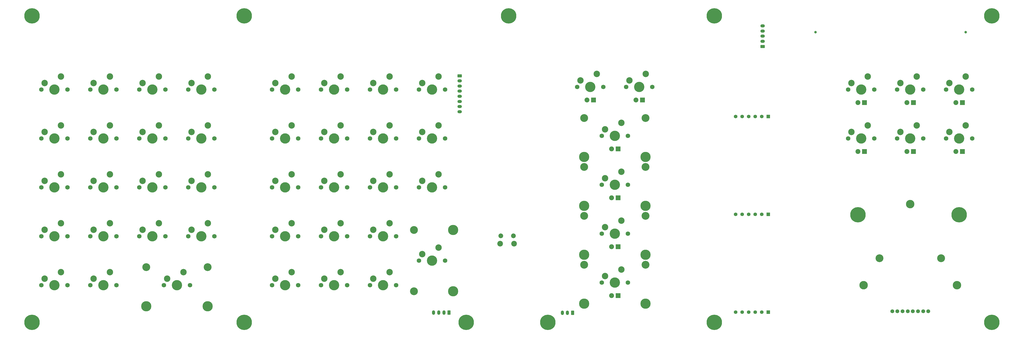
<source format=gbr>
%TF.GenerationSoftware,KiCad,Pcbnew,9.0.0*%
%TF.CreationDate,2025-03-10T19:04:21-04:00*%
%TF.ProjectId,cnc-hmi,636e632d-686d-4692-9e6b-696361645f70,rev?*%
%TF.SameCoordinates,Original*%
%TF.FileFunction,Soldermask,Top*%
%TF.FilePolarity,Negative*%
%FSLAX46Y46*%
G04 Gerber Fmt 4.6, Leading zero omitted, Abs format (unit mm)*
G04 Created by KiCad (PCBNEW 9.0.0) date 2025-03-10 19:04:21*
%MOMM*%
%LPD*%
G01*
G04 APERTURE LIST*
G04 Aperture macros list*
%AMRoundRect*
0 Rectangle with rounded corners*
0 $1 Rounding radius*
0 $2 $3 $4 $5 $6 $7 $8 $9 X,Y pos of 4 corners*
0 Add a 4 corners polygon primitive as box body*
4,1,4,$2,$3,$4,$5,$6,$7,$8,$9,$2,$3,0*
0 Add four circle primitives for the rounded corners*
1,1,$1+$1,$2,$3*
1,1,$1+$1,$4,$5*
1,1,$1+$1,$6,$7*
1,1,$1+$1,$8,$9*
0 Add four rect primitives between the rounded corners*
20,1,$1+$1,$2,$3,$4,$5,0*
20,1,$1+$1,$4,$5,$6,$7,0*
20,1,$1+$1,$6,$7,$8,$9,0*
20,1,$1+$1,$8,$9,$2,$3,0*%
G04 Aperture macros list end*
%ADD10C,1.750000*%
%ADD11C,4.000000*%
%ADD12C,2.500000*%
%ADD13C,3.048000*%
%ADD14C,3.987800*%
%ADD15R,1.905000X1.905000*%
%ADD16C,1.905000*%
%ADD17C,6.000000*%
%ADD18C,1.000000*%
%ADD19R,1.416000X1.416000*%
%ADD20C,1.416000*%
%ADD21C,3.300000*%
%ADD22C,3.050000*%
%ADD23C,1.500000*%
%ADD24RoundRect,0.250000X0.350000X0.625000X-0.350000X0.625000X-0.350000X-0.625000X0.350000X-0.625000X0*%
%ADD25O,1.200000X1.750000*%
%ADD26RoundRect,0.250000X-0.625000X0.350000X-0.625000X-0.350000X0.625000X-0.350000X0.625000X0.350000X0*%
%ADD27O,1.750000X1.200000*%
%ADD28C,2.200000*%
%ADD29C,1.850000*%
%ADD30RoundRect,0.250000X0.625000X-0.350000X0.625000X0.350000X-0.625000X0.350000X-0.625000X-0.350000X0*%
G04 APERTURE END LIST*
D10*
%TO.C,SW50*%
X256540000Y-75225000D03*
D11*
X261620000Y-75225000D03*
D10*
X266700000Y-75225000D03*
D12*
X257810000Y-72685000D03*
X264160000Y-70145000D03*
%TD*%
D10*
%TO.C,SW12*%
X175895000Y-114300000D03*
D11*
X180975000Y-114300000D03*
D10*
X186055000Y-114300000D03*
D12*
X177165000Y-111760000D03*
X183515000Y-109220000D03*
%TD*%
D10*
%TO.C,SW3*%
X156845000Y-76200000D03*
D11*
X161925000Y-76200000D03*
D10*
X167005000Y-76200000D03*
D12*
X158115000Y-73660000D03*
X164465000Y-71120000D03*
%TD*%
D10*
%TO.C,SW6*%
X137795000Y-95250000D03*
D11*
X142875000Y-95250000D03*
D10*
X147955000Y-95250000D03*
D12*
X139065000Y-92710000D03*
X145415000Y-90170000D03*
%TD*%
D13*
%TO.C,ST6*%
X240157000Y-87290000D03*
D14*
X240157000Y-102500000D03*
D13*
X264033000Y-87290000D03*
D14*
X264033000Y-102500000D03*
%TD*%
D10*
%TO.C,SW16*%
X175895000Y-142875000D03*
D11*
X180975000Y-142875000D03*
D10*
X186055000Y-142875000D03*
D12*
X177165000Y-140335000D03*
X183515000Y-137795000D03*
%TD*%
D15*
%TO.C,LED6*%
X387350000Y-100330000D03*
D16*
X384810000Y-100330000D03*
%TD*%
D10*
%TO.C,SW48*%
X247015000Y-151425000D03*
D11*
X252095000Y-151425000D03*
D10*
X257175000Y-151425000D03*
D12*
X248285000Y-148885000D03*
X254635000Y-146345000D03*
%TD*%
D10*
%TO.C,SW26*%
X67118000Y-95250000D03*
D11*
X72198000Y-95250000D03*
D10*
X77278000Y-95250000D03*
D12*
X68388000Y-92710000D03*
X74738000Y-90170000D03*
%TD*%
D10*
%TO.C,SW8*%
X175895000Y-95250000D03*
D11*
X180975000Y-95250000D03*
D10*
X186055000Y-95250000D03*
D12*
X177165000Y-92710000D03*
X183515000Y-90170000D03*
%TD*%
D17*
%TO.C,H10*%
X398780000Y-47498000D03*
%TD*%
D10*
%TO.C,SW9*%
X118745000Y-114300000D03*
D11*
X123825000Y-114300000D03*
D10*
X128905000Y-114300000D03*
D12*
X120015000Y-111760000D03*
X126365000Y-109220000D03*
%TD*%
D17*
%TO.C,H11*%
X398780000Y-166878000D03*
%TD*%
D10*
%TO.C,SW38*%
X76643000Y-152400000D03*
D11*
X81723000Y-152400000D03*
D10*
X86803000Y-152400000D03*
D12*
X77913000Y-149860000D03*
X84263000Y-147320000D03*
%TD*%
D15*
%TO.C,LED2*%
X368300000Y-81280000D03*
D16*
X365760000Y-81280000D03*
%TD*%
D10*
%TO.C,SW49*%
X237490000Y-75225000D03*
D11*
X242570000Y-75225000D03*
D10*
X247650000Y-75225000D03*
D12*
X238760000Y-72685000D03*
X245110000Y-70145000D03*
%TD*%
D15*
%TO.C,LED5*%
X368300000Y-100330000D03*
D16*
X365760000Y-100330000D03*
%TD*%
D10*
%TO.C,SW22*%
X67118000Y-76200000D03*
D11*
X72198000Y-76200000D03*
D10*
X77278000Y-76200000D03*
D12*
X68388000Y-73660000D03*
X74738000Y-71120000D03*
%TD*%
D18*
%TO.C,H16*%
X330200000Y-53848000D03*
%TD*%
D10*
%TO.C,SW34*%
X67118000Y-133350000D03*
D11*
X72198000Y-133350000D03*
D10*
X77278000Y-133350000D03*
D12*
X68388000Y-130810000D03*
X74738000Y-128270000D03*
%TD*%
D10*
%TO.C,SW29*%
X48068000Y-114300000D03*
D11*
X53148000Y-114300000D03*
D10*
X58228000Y-114300000D03*
D12*
X49338000Y-111760000D03*
X55688000Y-109220000D03*
%TD*%
D10*
%TO.C,SW13*%
X118745000Y-133350000D03*
D11*
X123825000Y-133350000D03*
D10*
X128905000Y-133350000D03*
D12*
X120015000Y-130810000D03*
X126365000Y-128270000D03*
%TD*%
D10*
%TO.C,SW20*%
X29018000Y-76200000D03*
D11*
X34098000Y-76200000D03*
D10*
X39178000Y-76200000D03*
D12*
X30288000Y-73660000D03*
X36638000Y-71120000D03*
%TD*%
D10*
%TO.C,SW24*%
X29018000Y-95250000D03*
D11*
X34098000Y-95250000D03*
D10*
X39178000Y-95250000D03*
D12*
X30288000Y-92710000D03*
X36638000Y-90170000D03*
%TD*%
D10*
%TO.C,SW23*%
X86168000Y-76200000D03*
D11*
X91248000Y-76200000D03*
D10*
X96328000Y-76200000D03*
D12*
X87438000Y-73660000D03*
X93788000Y-71120000D03*
%TD*%
D10*
%TO.C,SW44*%
X381000000Y-95250000D03*
D11*
X386080000Y-95250000D03*
D10*
X391160000Y-95250000D03*
D12*
X382270000Y-92710000D03*
X388620000Y-90170000D03*
%TD*%
D10*
%TO.C,SW31*%
X86168000Y-114300000D03*
D11*
X91248000Y-114300000D03*
D10*
X96328000Y-114300000D03*
D12*
X87438000Y-111760000D03*
X93788000Y-109220000D03*
%TD*%
D10*
%TO.C,SW30*%
X67118000Y-114300000D03*
D11*
X72198000Y-114300000D03*
D10*
X77278000Y-114300000D03*
D12*
X68388000Y-111760000D03*
X74738000Y-109220000D03*
%TD*%
D10*
%TO.C,SW35*%
X86168000Y-133350000D03*
D11*
X91248000Y-133350000D03*
D10*
X96328000Y-133350000D03*
D12*
X87438000Y-130810000D03*
X93788000Y-128270000D03*
%TD*%
D15*
%TO.C,LED12*%
X253365000Y-156505000D03*
D16*
X250825000Y-156505000D03*
%TD*%
D19*
%TO.C,S3*%
X311785000Y-162945000D03*
D20*
X309245000Y-162945000D03*
X306705000Y-162945000D03*
X304165000Y-162945000D03*
X301625000Y-162945000D03*
X299085000Y-162945000D03*
%TD*%
D13*
%TO.C,ST1*%
X173990000Y-154813000D03*
D14*
X189200000Y-154813000D03*
D13*
X173990000Y-130937000D03*
D14*
X189200000Y-130937000D03*
%TD*%
D10*
%TO.C,SW10*%
X137795000Y-114300000D03*
D11*
X142875000Y-114300000D03*
D10*
X147955000Y-114300000D03*
D12*
X139065000Y-111760000D03*
X145415000Y-109220000D03*
%TD*%
D15*
%TO.C,LED4*%
X349250000Y-100330000D03*
D16*
X346710000Y-100330000D03*
%TD*%
D10*
%TO.C,SW43*%
X361950000Y-95250000D03*
D11*
X367030000Y-95250000D03*
D10*
X372110000Y-95250000D03*
D12*
X363220000Y-92710000D03*
X369570000Y-90170000D03*
%TD*%
D10*
%TO.C,SW4*%
X175895000Y-76200000D03*
D11*
X180975000Y-76200000D03*
D10*
X186055000Y-76200000D03*
D12*
X177165000Y-73660000D03*
X183515000Y-71120000D03*
%TD*%
D10*
%TO.C,SW32*%
X29018000Y-133350000D03*
D11*
X34098000Y-133350000D03*
D10*
X39178000Y-133350000D03*
D12*
X30288000Y-130810000D03*
X36638000Y-128270000D03*
%TD*%
D10*
%TO.C,SW1*%
X118745000Y-76200000D03*
D11*
X123825000Y-76200000D03*
D10*
X128905000Y-76200000D03*
D12*
X120015000Y-73660000D03*
X126365000Y-71120000D03*
%TD*%
D18*
%TO.C,H17*%
X388620000Y-53848000D03*
%TD*%
D10*
%TO.C,SW21*%
X48068000Y-76200000D03*
D11*
X53148000Y-76200000D03*
D10*
X58228000Y-76200000D03*
D12*
X49338000Y-73660000D03*
X55688000Y-71120000D03*
%TD*%
D10*
%TO.C,SW36*%
X29018000Y-152400000D03*
D11*
X34098000Y-152400000D03*
D10*
X39178000Y-152400000D03*
D12*
X30288000Y-149860000D03*
X36638000Y-147320000D03*
%TD*%
D10*
%TO.C,SW41*%
X381000000Y-76200000D03*
D11*
X386080000Y-76200000D03*
D10*
X391160000Y-76200000D03*
D12*
X382270000Y-73660000D03*
X388620000Y-71120000D03*
%TD*%
D17*
%TO.C,H9*%
X290830000Y-47498000D03*
%TD*%
D15*
%TO.C,LED8*%
X262890000Y-80305000D03*
D16*
X260350000Y-80305000D03*
%TD*%
D10*
%TO.C,SW25*%
X48068000Y-95250000D03*
D11*
X53148000Y-95250000D03*
D10*
X58228000Y-95250000D03*
D12*
X49338000Y-92710000D03*
X55688000Y-90170000D03*
%TD*%
D13*
%TO.C,ST4*%
X240157000Y-125390000D03*
D14*
X240157000Y-140600000D03*
D13*
X264033000Y-125390000D03*
D14*
X264033000Y-140600000D03*
%TD*%
D10*
%TO.C,SW18*%
X137795000Y-152400000D03*
D11*
X142875000Y-152400000D03*
D10*
X147955000Y-152400000D03*
D12*
X139065000Y-149860000D03*
X145415000Y-147320000D03*
%TD*%
D15*
%TO.C,LED3*%
X387350000Y-81280000D03*
D16*
X384810000Y-81280000D03*
%TD*%
D10*
%TO.C,SW28*%
X29018000Y-114300000D03*
D11*
X34098000Y-114300000D03*
D10*
X39178000Y-114300000D03*
D12*
X30288000Y-111760000D03*
X36638000Y-109220000D03*
%TD*%
D17*
%TO.C,H2*%
X25400000Y-166878000D03*
%TD*%
%TO.C,H4*%
X107950000Y-166878000D03*
%TD*%
D10*
%TO.C,SW27*%
X86168000Y-95250000D03*
D11*
X91248000Y-95250000D03*
D10*
X96328000Y-95250000D03*
D12*
X87438000Y-92710000D03*
X93788000Y-90170000D03*
%TD*%
D17*
%TO.C,H3*%
X107950000Y-47498000D03*
%TD*%
D10*
%TO.C,SW40*%
X361950000Y-76200000D03*
D11*
X367030000Y-76200000D03*
D10*
X372110000Y-76200000D03*
D12*
X363220000Y-73660000D03*
X369570000Y-71120000D03*
%TD*%
D15*
%TO.C,LED10*%
X253365000Y-118405000D03*
D16*
X250825000Y-118405000D03*
%TD*%
D15*
%TO.C,LED7*%
X243840000Y-80305000D03*
D16*
X241300000Y-80305000D03*
%TD*%
D10*
%TO.C,SW11*%
X156845000Y-114300000D03*
D11*
X161925000Y-114300000D03*
D10*
X167005000Y-114300000D03*
D12*
X158115000Y-111760000D03*
X164465000Y-109220000D03*
%TD*%
D10*
%TO.C,SW46*%
X247015000Y-113325000D03*
D11*
X252095000Y-113325000D03*
D10*
X257175000Y-113325000D03*
D12*
X248285000Y-110785000D03*
X254635000Y-108245000D03*
%TD*%
D13*
%TO.C,ST5*%
X240157000Y-106340000D03*
D14*
X240157000Y-121550000D03*
D13*
X264033000Y-106340000D03*
D14*
X264033000Y-121550000D03*
%TD*%
D10*
%TO.C,SW17*%
X118745000Y-152400000D03*
D11*
X123825000Y-152400000D03*
D10*
X128905000Y-152400000D03*
D12*
X120015000Y-149860000D03*
X126365000Y-147320000D03*
%TD*%
D10*
%TO.C,SW45*%
X247015000Y-94275000D03*
D11*
X252095000Y-94275000D03*
D10*
X257175000Y-94275000D03*
D12*
X248285000Y-91735000D03*
X254635000Y-89195000D03*
%TD*%
D10*
%TO.C,SW2*%
X137795000Y-76200000D03*
D11*
X142875000Y-76200000D03*
D10*
X147955000Y-76200000D03*
D12*
X139065000Y-73660000D03*
X145415000Y-71120000D03*
%TD*%
D15*
%TO.C,LED11*%
X253365000Y-137455000D03*
D16*
X250825000Y-137455000D03*
%TD*%
D19*
%TO.C,S2*%
X311785000Y-124845000D03*
D20*
X309245000Y-124845000D03*
X306705000Y-124845000D03*
X304165000Y-124845000D03*
X301625000Y-124845000D03*
X299085000Y-124845000D03*
%TD*%
D15*
%TO.C,LED9*%
X253365000Y-99355000D03*
D16*
X250825000Y-99355000D03*
%TD*%
D10*
%TO.C,SW5*%
X118745000Y-95250000D03*
D11*
X123825000Y-95250000D03*
D10*
X128905000Y-95250000D03*
D12*
X120015000Y-92710000D03*
X126365000Y-90170000D03*
%TD*%
D10*
%TO.C,SW14*%
X137795000Y-133350000D03*
D11*
X142875000Y-133350000D03*
D10*
X147955000Y-133350000D03*
D12*
X139065000Y-130810000D03*
X145415000Y-128270000D03*
%TD*%
D10*
%TO.C,SW33*%
X48068000Y-133350000D03*
D11*
X53148000Y-133350000D03*
D10*
X58228000Y-133350000D03*
D12*
X49338000Y-130810000D03*
X55688000Y-128270000D03*
%TD*%
D10*
%TO.C,SW42*%
X342900000Y-95250000D03*
D11*
X347980000Y-95250000D03*
D10*
X353060000Y-95250000D03*
D12*
X344170000Y-92710000D03*
X350520000Y-90170000D03*
%TD*%
D10*
%TO.C,SW47*%
X247015000Y-132375000D03*
D11*
X252095000Y-132375000D03*
D10*
X257175000Y-132375000D03*
D12*
X248285000Y-129835000D03*
X254635000Y-127295000D03*
%TD*%
D17*
%TO.C,H15*%
X386080000Y-124968000D03*
%TD*%
D15*
%TO.C,LED1*%
X349250000Y-81280000D03*
D16*
X346710000Y-81280000D03*
%TD*%
D17*
%TO.C,H5*%
X210820000Y-47498000D03*
%TD*%
%TO.C,H6*%
X194310000Y-166878000D03*
%TD*%
D10*
%TO.C,SW37*%
X48068000Y-152400000D03*
D11*
X53148000Y-152400000D03*
D10*
X58228000Y-152400000D03*
D12*
X49338000Y-149860000D03*
X55688000Y-147320000D03*
%TD*%
D17*
%TO.C,H8*%
X290830000Y-166878000D03*
%TD*%
D13*
%TO.C,ST2*%
X69785000Y-145415000D03*
D14*
X69785000Y-160625000D03*
D13*
X93661000Y-145415000D03*
D14*
X93661000Y-160625000D03*
%TD*%
D10*
%TO.C,SW19*%
X156845000Y-152400000D03*
D11*
X161925000Y-152400000D03*
D10*
X167005000Y-152400000D03*
D12*
X158115000Y-149860000D03*
X164465000Y-147320000D03*
%TD*%
D17*
%TO.C,H1*%
X25400000Y-47498000D03*
%TD*%
D13*
%TO.C,ST3*%
X240157000Y-144440000D03*
D14*
X240157000Y-159650000D03*
D13*
X264033000Y-144440000D03*
D14*
X264033000Y-159650000D03*
%TD*%
D19*
%TO.C,S1*%
X311785000Y-86745000D03*
D20*
X309245000Y-86745000D03*
X306705000Y-86745000D03*
X304165000Y-86745000D03*
X301625000Y-86745000D03*
X299085000Y-86745000D03*
%TD*%
D10*
%TO.C,SW7*%
X156845000Y-95250000D03*
D11*
X161925000Y-95250000D03*
D10*
X167005000Y-95250000D03*
D12*
X158115000Y-92710000D03*
X164465000Y-90170000D03*
%TD*%
D17*
%TO.C,H7*%
X226060000Y-166878000D03*
%TD*%
%TO.C,H14*%
X346710000Y-124968000D03*
%TD*%
D21*
%TO.C,ENC1*%
X348843000Y-152400000D03*
D22*
X355030000Y-141900000D03*
D21*
X367030000Y-120900000D03*
D22*
X379030000Y-141900000D03*
D21*
X385217000Y-152400000D03*
D23*
X360030000Y-162600000D03*
X362030000Y-162600000D03*
X364030000Y-162600000D03*
X368030000Y-162600000D03*
X366030000Y-162600000D03*
X372030000Y-162600000D03*
X374030000Y-162600000D03*
X370030000Y-162600000D03*
%TD*%
D10*
%TO.C,SW15*%
X156845000Y-133350000D03*
D11*
X161925000Y-133350000D03*
D10*
X167005000Y-133350000D03*
D12*
X158115000Y-130810000D03*
X164465000Y-128270000D03*
%TD*%
D10*
%TO.C,SW39*%
X342900000Y-76200000D03*
D11*
X347980000Y-76200000D03*
D10*
X353060000Y-76200000D03*
D12*
X344170000Y-73660000D03*
X350520000Y-71120000D03*
%TD*%
D24*
%TO.C,J2*%
X187610000Y-163068000D03*
D25*
X185610000Y-163068000D03*
X183610000Y-163068000D03*
X181610000Y-163068000D03*
%TD*%
D26*
%TO.C,J3*%
X191770000Y-70866000D03*
D27*
X191770000Y-72866000D03*
X191770000Y-74866000D03*
X191770000Y-76866000D03*
X191770000Y-78866000D03*
X191770000Y-80866000D03*
X191770000Y-82866000D03*
X191770000Y-84866000D03*
%TD*%
D24*
%TO.C,J1*%
X235680000Y-163158000D03*
D25*
X233680000Y-163158000D03*
X231680000Y-163158000D03*
%TD*%
D28*
%TO.C,A1*%
X207460000Y-136268000D03*
D29*
X207760000Y-133238000D03*
X212610000Y-133238000D03*
D28*
X212910000Y-136268000D03*
%TD*%
D30*
%TO.C,J4*%
X309626000Y-59436000D03*
D27*
X309626000Y-57436000D03*
X309626000Y-55436000D03*
X309626000Y-53436000D03*
X309626000Y-51436000D03*
%TD*%
M02*

</source>
